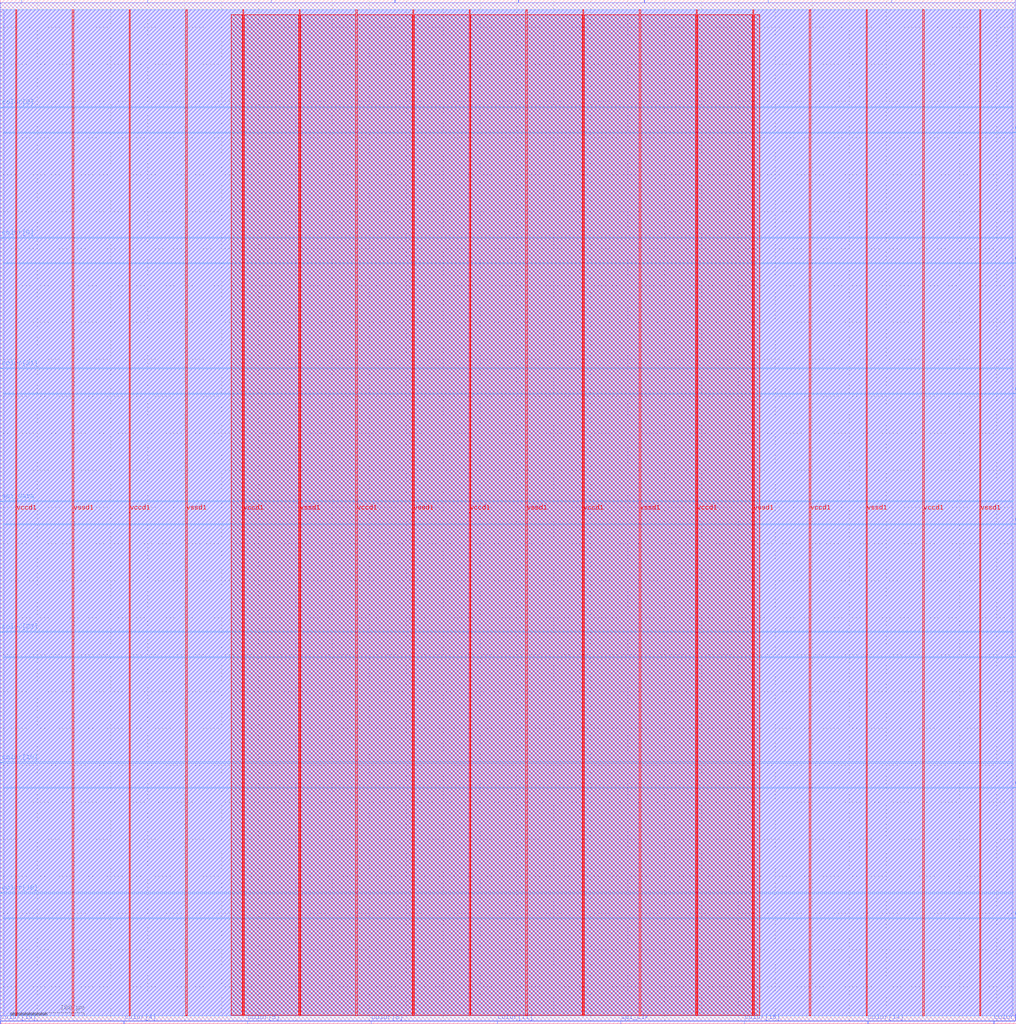
<source format=lef>
VERSION 5.7 ;
  NOWIREEXTENSIONATPIN ON ;
  DIVIDERCHAR "/" ;
  BUSBITCHARS "[]" ;
MACRO pushing_pixels
  CLASS BLOCK ;
  FOREIGN pushing_pixels ;
  ORIGIN 0.000 0.000 ;
  SIZE 1376.390 BY 1387.110 ;
  PIN clk
    DIRECTION INPUT ;
    USE SIGNAL ;
    ANTENNAGATEAREA 0.852000 ;
    PORT
      LAYER met2 ;
        RECT 1375.030 1383.110 1375.310 1387.110 ;
    END
  END clk
  PIN color[0]
    DIRECTION OUTPUT TRISTATE ;
    USE SIGNAL ;
    ANTENNADIFFAREA 0.795200 ;
    PORT
      LAYER met3 ;
        RECT 0.000 1064.240 4.000 1064.840 ;
    END
  END color[0]
  PIN color[10]
    DIRECTION OUTPUT TRISTATE ;
    USE SIGNAL ;
    ANTENNADIFFAREA 0.795200 ;
    PORT
      LAYER met3 ;
        RECT 0.000 353.640 4.000 354.240 ;
    END
  END color[10]
  PIN color[11]
    DIRECTION OUTPUT TRISTATE ;
    USE SIGNAL ;
    ANTENNADIFFAREA 0.795200 ;
    PORT
      LAYER met2 ;
        RECT 673.070 0.000 673.350 4.000 ;
    END
  END color[11]
  PIN color[12]
    DIRECTION OUTPUT TRISTATE ;
    USE SIGNAL ;
    ANTENNADIFFAREA 0.795200 ;
    PORT
      LAYER met2 ;
        RECT 367.170 1383.110 367.450 1387.110 ;
    END
  END color[12]
  PIN color[13]
    DIRECTION OUTPUT TRISTATE ;
    USE SIGNAL ;
    ANTENNADIFFAREA 0.795200 ;
    PORT
      LAYER met2 ;
        RECT 872.710 1383.110 872.990 1387.110 ;
    END
  END color[13]
  PIN color[14]
    DIRECTION OUTPUT TRISTATE ;
    USE SIGNAL ;
    ANTENNADIFFAREA 0.795200 ;
    PORT
      LAYER met2 ;
        RECT 1175.390 0.000 1175.670 4.000 ;
    END
  END color[14]
  PIN color[15]
    DIRECTION OUTPUT TRISTATE ;
    USE SIGNAL ;
    ANTENNADIFFAREA 0.445500 ;
    PORT
      LAYER met3 ;
        RECT 1372.390 676.640 1376.390 677.240 ;
    END
  END color[15]
  PIN color[16]
    DIRECTION OUTPUT TRISTATE ;
    USE SIGNAL ;
    ANTENNADIFFAREA 0.795200 ;
    PORT
      LAYER met2 ;
        RECT 1007.950 0.000 1008.230 4.000 ;
    END
  END color[16]
  PIN color[17]
    DIRECTION OUTPUT TRISTATE ;
    USE SIGNAL ;
    ANTENNADIFFAREA 0.445500 ;
    PORT
      LAYER met3 ;
        RECT 1372.390 853.440 1376.390 854.040 ;
    END
  END color[17]
  PIN color[18]
    DIRECTION OUTPUT TRISTATE ;
    USE SIGNAL ;
    ANTENNADIFFAREA 0.795200 ;
    PORT
      LAYER met3 ;
        RECT 0.000 176.840 4.000 177.440 ;
    END
  END color[18]
  PIN color[19]
    DIRECTION OUTPUT TRISTATE ;
    USE SIGNAL ;
    ANTENNADIFFAREA 0.795200 ;
    PORT
      LAYER met2 ;
        RECT 0.090 0.000 0.370 4.000 ;
    END
  END color[19]
  PIN color[1]
    DIRECTION OUTPUT TRISTATE ;
    USE SIGNAL ;
    ANTENNADIFFAREA 0.795200 ;
    PORT
      LAYER met2 ;
        RECT 1040.150 1383.110 1040.430 1387.110 ;
    END
  END color[1]
  PIN color[20]
    DIRECTION OUTPUT TRISTATE ;
    USE SIGNAL ;
    ANTENNADIFFAREA 0.795200 ;
    PORT
      LAYER met2 ;
        RECT 1207.590 1383.110 1207.870 1387.110 ;
    END
  END color[20]
  PIN color[21]
    DIRECTION OUTPUT TRISTATE ;
    USE SIGNAL ;
    ANTENNADIFFAREA 0.795200 ;
    PORT
      LAYER met3 ;
        RECT 0.000 887.440 4.000 888.040 ;
    END
  END color[21]
  PIN color[22]
    DIRECTION OUTPUT TRISTATE ;
    USE SIGNAL ;
    ANTENNADIFFAREA 0.795200 ;
    PORT
      LAYER met3 ;
        RECT 1372.390 142.840 1376.390 143.440 ;
    END
  END color[22]
  PIN color[23]
    DIRECTION OUTPUT TRISTATE ;
    USE SIGNAL ;
    ANTENNADIFFAREA 0.795200 ;
    PORT
      LAYER met3 ;
        RECT 0.000 530.440 4.000 531.040 ;
    END
  END color[23]
  PIN color[2]
    DIRECTION OUTPUT TRISTATE ;
    USE SIGNAL ;
    ANTENNADIFFAREA 0.795200 ;
    PORT
      LAYER met3 ;
        RECT 0.000 1241.040 4.000 1241.640 ;
    END
  END color[2]
  PIN color[3]
    DIRECTION OUTPUT TRISTATE ;
    USE SIGNAL ;
    ANTENNADIFFAREA 0.795200 ;
    PORT
      LAYER met2 ;
        RECT 1346.050 0.000 1346.330 4.000 ;
    END
  END color[3]
  PIN color[4]
    DIRECTION OUTPUT TRISTATE ;
    USE SIGNAL ;
    ANTENNADIFFAREA 0.795200 ;
    PORT
      LAYER met2 ;
        RECT 167.530 0.000 167.810 4.000 ;
    END
  END color[4]
  PIN color[5]
    DIRECTION OUTPUT TRISTATE ;
    USE SIGNAL ;
    ANTENNADIFFAREA 0.795200 ;
    PORT
      LAYER met2 ;
        RECT 334.970 0.000 335.250 4.000 ;
    END
  END color[5]
  PIN color[6]
    DIRECTION OUTPUT TRISTATE ;
    USE SIGNAL ;
    ANTENNADIFFAREA 0.795200 ;
    PORT
      LAYER met2 ;
        RECT 199.730 1383.110 200.010 1387.110 ;
    END
  END color[6]
  PIN color[7]
    DIRECTION OUTPUT TRISTATE ;
    USE SIGNAL ;
    ANTENNADIFFAREA 0.445500 ;
    PORT
      LAYER met3 ;
        RECT 1372.390 319.640 1376.390 320.240 ;
    END
  END color[7]
  PIN color[8]
    DIRECTION OUTPUT TRISTATE ;
    USE SIGNAL ;
    ANTENNADIFFAREA 0.795200 ;
    PORT
      LAYER met2 ;
        RECT 502.410 0.000 502.690 4.000 ;
    END
  END color[8]
  PIN color[9]
    DIRECTION OUTPUT TRISTATE ;
    USE SIGNAL ;
    ANTENNADIFFAREA 0.445500 ;
    PORT
      LAYER met3 ;
        RECT 1372.390 1030.240 1376.390 1030.840 ;
    END
  END color[9]
  PIN cs
    DIRECTION INPUT ;
    USE SIGNAL ;
    PORT
      LAYER met3 ;
        RECT 1372.390 1207.040 1376.390 1207.640 ;
    END
  END cs
  PIN is_mandelbrot
    DIRECTION OUTPUT TRISTATE ;
    USE SIGNAL ;
    ANTENNADIFFAREA 0.795200 ;
    PORT
      LAYER met2 ;
        RECT 534.610 1383.110 534.890 1387.110 ;
    END
  END is_mandelbrot
  PIN nrst
    DIRECTION INPUT ;
    USE SIGNAL ;
    ANTENNAGATEAREA 0.426000 ;
    PORT
      LAYER met2 ;
        RECT 702.050 1383.110 702.330 1387.110 ;
    END
  END nrst
  PIN spi_clk
    DIRECTION INPUT ;
    USE SIGNAL ;
    ANTENNAGATEAREA 0.742500 ;
    PORT
      LAYER met2 ;
        RECT 840.510 0.000 840.790 4.000 ;
    END
  END spi_clk
  PIN spi_data
    DIRECTION INPUT ;
    USE SIGNAL ;
    ANTENNAGATEAREA 0.742500 ;
    PORT
      LAYER met3 ;
        RECT 0.000 707.240 4.000 707.840 ;
    END
  END spi_data
  PIN spi_en
    DIRECTION INPUT ;
    USE SIGNAL ;
    ANTENNAGATEAREA 0.213000 ;
    PORT
      LAYER met2 ;
        RECT 29.070 1383.110 29.350 1387.110 ;
    END
  END spi_en
  PIN valid_out
    DIRECTION OUTPUT TRISTATE ;
    USE SIGNAL ;
    ANTENNADIFFAREA 0.795200 ;
    PORT
      LAYER met3 ;
        RECT 1372.390 496.440 1376.390 497.040 ;
    END
  END valid_out
  PIN vccd1
    DIRECTION INOUT ;
    USE POWER ;
    PORT
      LAYER met4 ;
        RECT 21.040 10.640 22.640 1373.840 ;
    END
    PORT
      LAYER met4 ;
        RECT 174.640 10.640 176.240 1373.840 ;
    END
    PORT
      LAYER met4 ;
        RECT 328.240 10.640 329.840 1373.840 ;
    END
    PORT
      LAYER met4 ;
        RECT 481.840 10.640 483.440 1373.840 ;
    END
    PORT
      LAYER met4 ;
        RECT 635.440 10.640 637.040 1373.840 ;
    END
    PORT
      LAYER met4 ;
        RECT 789.040 10.640 790.640 1373.840 ;
    END
    PORT
      LAYER met4 ;
        RECT 942.640 10.640 944.240 1373.840 ;
    END
    PORT
      LAYER met4 ;
        RECT 1096.240 10.640 1097.840 1373.840 ;
    END
    PORT
      LAYER met4 ;
        RECT 1249.840 10.640 1251.440 1373.840 ;
    END
  END vccd1
  PIN vssd1
    DIRECTION INOUT ;
    USE GROUND ;
    PORT
      LAYER met4 ;
        RECT 97.840 10.640 99.440 1373.840 ;
    END
    PORT
      LAYER met4 ;
        RECT 251.440 10.640 253.040 1373.840 ;
    END
    PORT
      LAYER met4 ;
        RECT 405.040 10.640 406.640 1373.840 ;
    END
    PORT
      LAYER met4 ;
        RECT 558.640 10.640 560.240 1373.840 ;
    END
    PORT
      LAYER met4 ;
        RECT 712.240 10.640 713.840 1373.840 ;
    END
    PORT
      LAYER met4 ;
        RECT 865.840 10.640 867.440 1373.840 ;
    END
    PORT
      LAYER met4 ;
        RECT 1019.440 10.640 1021.040 1373.840 ;
    END
    PORT
      LAYER met4 ;
        RECT 1173.040 10.640 1174.640 1373.840 ;
    END
    PORT
      LAYER met4 ;
        RECT 1326.640 10.640 1328.240 1373.840 ;
    END
  END vssd1
  OBS
      LAYER li1 ;
        RECT 5.520 10.795 1370.800 1373.685 ;
      LAYER met1 ;
        RECT 0.070 10.640 1375.330 1373.840 ;
      LAYER met2 ;
        RECT 0.100 1382.830 28.790 1383.110 ;
        RECT 29.630 1382.830 199.450 1383.110 ;
        RECT 200.290 1382.830 366.890 1383.110 ;
        RECT 367.730 1382.830 534.330 1383.110 ;
        RECT 535.170 1382.830 701.770 1383.110 ;
        RECT 702.610 1382.830 872.430 1383.110 ;
        RECT 873.270 1382.830 1039.870 1383.110 ;
        RECT 1040.710 1382.830 1207.310 1383.110 ;
        RECT 1208.150 1382.830 1374.750 1383.110 ;
        RECT 0.100 4.280 1375.300 1382.830 ;
        RECT 0.650 3.670 167.250 4.280 ;
        RECT 168.090 3.670 334.690 4.280 ;
        RECT 335.530 3.670 502.130 4.280 ;
        RECT 502.970 3.670 672.790 4.280 ;
        RECT 673.630 3.670 840.230 4.280 ;
        RECT 841.070 3.670 1007.670 4.280 ;
        RECT 1008.510 3.670 1175.110 4.280 ;
        RECT 1175.950 3.670 1345.770 4.280 ;
        RECT 1346.610 3.670 1375.300 4.280 ;
      LAYER met3 ;
        RECT 4.000 1242.040 1372.390 1373.765 ;
        RECT 4.400 1240.640 1372.390 1242.040 ;
        RECT 4.000 1208.040 1372.390 1240.640 ;
        RECT 4.000 1206.640 1371.990 1208.040 ;
        RECT 4.000 1065.240 1372.390 1206.640 ;
        RECT 4.400 1063.840 1372.390 1065.240 ;
        RECT 4.000 1031.240 1372.390 1063.840 ;
        RECT 4.000 1029.840 1371.990 1031.240 ;
        RECT 4.000 888.440 1372.390 1029.840 ;
        RECT 4.400 887.040 1372.390 888.440 ;
        RECT 4.000 854.440 1372.390 887.040 ;
        RECT 4.000 853.040 1371.990 854.440 ;
        RECT 4.000 708.240 1372.390 853.040 ;
        RECT 4.400 706.840 1372.390 708.240 ;
        RECT 4.000 677.640 1372.390 706.840 ;
        RECT 4.000 676.240 1371.990 677.640 ;
        RECT 4.000 531.440 1372.390 676.240 ;
        RECT 4.400 530.040 1372.390 531.440 ;
        RECT 4.000 497.440 1372.390 530.040 ;
        RECT 4.000 496.040 1371.990 497.440 ;
        RECT 4.000 354.640 1372.390 496.040 ;
        RECT 4.400 353.240 1372.390 354.640 ;
        RECT 4.000 320.640 1372.390 353.240 ;
        RECT 4.000 319.240 1371.990 320.640 ;
        RECT 4.000 177.840 1372.390 319.240 ;
        RECT 4.400 176.440 1372.390 177.840 ;
        RECT 4.000 143.840 1372.390 176.440 ;
        RECT 4.000 142.440 1371.990 143.840 ;
        RECT 4.000 10.715 1372.390 142.440 ;
      LAYER met4 ;
        RECT 313.095 11.735 327.840 1366.625 ;
        RECT 330.240 11.735 404.640 1366.625 ;
        RECT 407.040 11.735 481.440 1366.625 ;
        RECT 483.840 11.735 558.240 1366.625 ;
        RECT 560.640 11.735 635.040 1366.625 ;
        RECT 637.440 11.735 711.840 1366.625 ;
        RECT 714.240 11.735 788.640 1366.625 ;
        RECT 791.040 11.735 865.440 1366.625 ;
        RECT 867.840 11.735 942.240 1366.625 ;
        RECT 944.640 11.735 1019.040 1366.625 ;
        RECT 1021.440 11.735 1029.185 1366.625 ;
  END
END pushing_pixels
END LIBRARY


</source>
